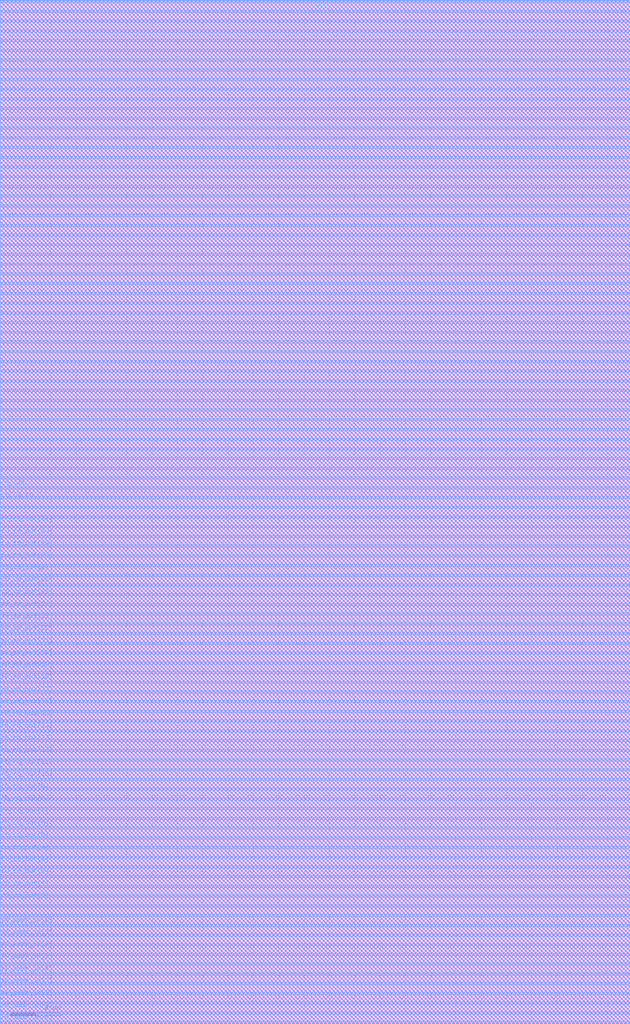
<source format=lef>
# Generated by FakeRAM 2.0
VERSION 5.7 ;
BUSBITCHARS "[]" ;
PROPERTYDEFINITIONS
  MACRO width INTEGER ;
  MACRO depth INTEGER ;
  MACRO banks INTEGER ;
END PROPERTYDEFINITIONS
MACRO liteeth_1rw1r_32w384d_8_sram
  PROPERTY width 32 ;
  PROPERTY depth 384 ;
  PROPERTY banks 1 ;
  FOREIGN liteeth_1rw1r_32w384d_8_sram 0 0 ;
  SYMMETRY X Y R90 ;
  SIZE 24.884 BY 40.436 ;
  CLASS BLOCK ;
  PIN r0_addr_in[0]
    DIRECTION INPUT ;
    USE SIGNAL ;
    SHAPE ABUTMENT ;
    PORT
      LAYER M4 ;
      RECT 0.000 0.048 0.024 0.072 ;
    END
  END r0_addr_in[0]
  PIN r0_addr_in[1]
    DIRECTION INPUT ;
    USE SIGNAL ;
    SHAPE ABUTMENT ;
    PORT
      LAYER M4 ;
      RECT 0.000 0.528 0.024 0.552 ;
    END
  END r0_addr_in[1]
  PIN r0_addr_in[2]
    DIRECTION INPUT ;
    USE SIGNAL ;
    SHAPE ABUTMENT ;
    PORT
      LAYER M4 ;
      RECT 0.000 1.008 0.024 1.032 ;
    END
  END r0_addr_in[2]
  PIN r0_addr_in[3]
    DIRECTION INPUT ;
    USE SIGNAL ;
    SHAPE ABUTMENT ;
    PORT
      LAYER M4 ;
      RECT 0.000 1.488 0.024 1.512 ;
    END
  END r0_addr_in[3]
  PIN r0_addr_in[4]
    DIRECTION INPUT ;
    USE SIGNAL ;
    SHAPE ABUTMENT ;
    PORT
      LAYER M4 ;
      RECT 0.000 1.968 0.024 1.992 ;
    END
  END r0_addr_in[4]
  PIN r0_addr_in[5]
    DIRECTION INPUT ;
    USE SIGNAL ;
    SHAPE ABUTMENT ;
    PORT
      LAYER M4 ;
      RECT 0.000 2.448 0.024 2.472 ;
    END
  END r0_addr_in[5]
  PIN r0_addr_in[6]
    DIRECTION INPUT ;
    USE SIGNAL ;
    SHAPE ABUTMENT ;
    PORT
      LAYER M4 ;
      RECT 0.000 2.928 0.024 2.952 ;
    END
  END r0_addr_in[6]
  PIN r0_addr_in[7]
    DIRECTION INPUT ;
    USE SIGNAL ;
    SHAPE ABUTMENT ;
    PORT
      LAYER M4 ;
      RECT 0.000 3.408 0.024 3.432 ;
    END
  END r0_addr_in[7]
  PIN r0_addr_in[8]
    DIRECTION INPUT ;
    USE SIGNAL ;
    SHAPE ABUTMENT ;
    PORT
      LAYER M4 ;
      RECT 0.000 3.888 0.024 3.912 ;
    END
  END r0_addr_in[8]
  PIN r0_rd_out[0]
    DIRECTION OUTPUT ;
    USE SIGNAL ;
    SHAPE ABUTMENT ;
    PORT
      LAYER M4 ;
      RECT 0.000 4.848 0.024 4.872 ;
    END
  END r0_rd_out[0]
  PIN r0_rd_out[1]
    DIRECTION OUTPUT ;
    USE SIGNAL ;
    SHAPE ABUTMENT ;
    PORT
      LAYER M4 ;
      RECT 0.000 5.328 0.024 5.352 ;
    END
  END r0_rd_out[1]
  PIN r0_rd_out[2]
    DIRECTION OUTPUT ;
    USE SIGNAL ;
    SHAPE ABUTMENT ;
    PORT
      LAYER M4 ;
      RECT 0.000 5.808 0.024 5.832 ;
    END
  END r0_rd_out[2]
  PIN r0_rd_out[3]
    DIRECTION OUTPUT ;
    USE SIGNAL ;
    SHAPE ABUTMENT ;
    PORT
      LAYER M4 ;
      RECT 0.000 6.288 0.024 6.312 ;
    END
  END r0_rd_out[3]
  PIN r0_rd_out[4]
    DIRECTION OUTPUT ;
    USE SIGNAL ;
    SHAPE ABUTMENT ;
    PORT
      LAYER M4 ;
      RECT 0.000 6.768 0.024 6.792 ;
    END
  END r0_rd_out[4]
  PIN r0_rd_out[5]
    DIRECTION OUTPUT ;
    USE SIGNAL ;
    SHAPE ABUTMENT ;
    PORT
      LAYER M4 ;
      RECT 0.000 7.248 0.024 7.272 ;
    END
  END r0_rd_out[5]
  PIN r0_rd_out[6]
    DIRECTION OUTPUT ;
    USE SIGNAL ;
    SHAPE ABUTMENT ;
    PORT
      LAYER M4 ;
      RECT 0.000 7.728 0.024 7.752 ;
    END
  END r0_rd_out[6]
  PIN r0_rd_out[7]
    DIRECTION OUTPUT ;
    USE SIGNAL ;
    SHAPE ABUTMENT ;
    PORT
      LAYER M4 ;
      RECT 0.000 8.208 0.024 8.232 ;
    END
  END r0_rd_out[7]
  PIN r0_rd_out[8]
    DIRECTION OUTPUT ;
    USE SIGNAL ;
    SHAPE ABUTMENT ;
    PORT
      LAYER M4 ;
      RECT 0.000 8.688 0.024 8.712 ;
    END
  END r0_rd_out[8]
  PIN r0_rd_out[9]
    DIRECTION OUTPUT ;
    USE SIGNAL ;
    SHAPE ABUTMENT ;
    PORT
      LAYER M4 ;
      RECT 0.000 9.168 0.024 9.192 ;
    END
  END r0_rd_out[9]
  PIN r0_rd_out[10]
    DIRECTION OUTPUT ;
    USE SIGNAL ;
    SHAPE ABUTMENT ;
    PORT
      LAYER M4 ;
      RECT 0.000 9.648 0.024 9.672 ;
    END
  END r0_rd_out[10]
  PIN r0_rd_out[11]
    DIRECTION OUTPUT ;
    USE SIGNAL ;
    SHAPE ABUTMENT ;
    PORT
      LAYER M4 ;
      RECT 0.000 10.128 0.024 10.152 ;
    END
  END r0_rd_out[11]
  PIN r0_rd_out[12]
    DIRECTION OUTPUT ;
    USE SIGNAL ;
    SHAPE ABUTMENT ;
    PORT
      LAYER M4 ;
      RECT 0.000 10.608 0.024 10.632 ;
    END
  END r0_rd_out[12]
  PIN r0_rd_out[13]
    DIRECTION OUTPUT ;
    USE SIGNAL ;
    SHAPE ABUTMENT ;
    PORT
      LAYER M4 ;
      RECT 0.000 11.088 0.024 11.112 ;
    END
  END r0_rd_out[13]
  PIN r0_rd_out[14]
    DIRECTION OUTPUT ;
    USE SIGNAL ;
    SHAPE ABUTMENT ;
    PORT
      LAYER M4 ;
      RECT 0.000 11.568 0.024 11.592 ;
    END
  END r0_rd_out[14]
  PIN r0_rd_out[15]
    DIRECTION OUTPUT ;
    USE SIGNAL ;
    SHAPE ABUTMENT ;
    PORT
      LAYER M4 ;
      RECT 0.000 12.048 0.024 12.072 ;
    END
  END r0_rd_out[15]
  PIN r0_rd_out[16]
    DIRECTION OUTPUT ;
    USE SIGNAL ;
    SHAPE ABUTMENT ;
    PORT
      LAYER M4 ;
      RECT 0.000 12.528 0.024 12.552 ;
    END
  END r0_rd_out[16]
  PIN r0_rd_out[17]
    DIRECTION OUTPUT ;
    USE SIGNAL ;
    SHAPE ABUTMENT ;
    PORT
      LAYER M4 ;
      RECT 0.000 13.008 0.024 13.032 ;
    END
  END r0_rd_out[17]
  PIN r0_rd_out[18]
    DIRECTION OUTPUT ;
    USE SIGNAL ;
    SHAPE ABUTMENT ;
    PORT
      LAYER M4 ;
      RECT 0.000 13.488 0.024 13.512 ;
    END
  END r0_rd_out[18]
  PIN r0_rd_out[19]
    DIRECTION OUTPUT ;
    USE SIGNAL ;
    SHAPE ABUTMENT ;
    PORT
      LAYER M4 ;
      RECT 0.000 13.968 0.024 13.992 ;
    END
  END r0_rd_out[19]
  PIN r0_rd_out[20]
    DIRECTION OUTPUT ;
    USE SIGNAL ;
    SHAPE ABUTMENT ;
    PORT
      LAYER M4 ;
      RECT 0.000 14.448 0.024 14.472 ;
    END
  END r0_rd_out[20]
  PIN r0_rd_out[21]
    DIRECTION OUTPUT ;
    USE SIGNAL ;
    SHAPE ABUTMENT ;
    PORT
      LAYER M4 ;
      RECT 0.000 14.928 0.024 14.952 ;
    END
  END r0_rd_out[21]
  PIN r0_rd_out[22]
    DIRECTION OUTPUT ;
    USE SIGNAL ;
    SHAPE ABUTMENT ;
    PORT
      LAYER M4 ;
      RECT 0.000 15.408 0.024 15.432 ;
    END
  END r0_rd_out[22]
  PIN r0_rd_out[23]
    DIRECTION OUTPUT ;
    USE SIGNAL ;
    SHAPE ABUTMENT ;
    PORT
      LAYER M4 ;
      RECT 0.000 15.888 0.024 15.912 ;
    END
  END r0_rd_out[23]
  PIN r0_rd_out[24]
    DIRECTION OUTPUT ;
    USE SIGNAL ;
    SHAPE ABUTMENT ;
    PORT
      LAYER M4 ;
      RECT 0.000 16.368 0.024 16.392 ;
    END
  END r0_rd_out[24]
  PIN r0_rd_out[25]
    DIRECTION OUTPUT ;
    USE SIGNAL ;
    SHAPE ABUTMENT ;
    PORT
      LAYER M4 ;
      RECT 0.000 16.848 0.024 16.872 ;
    END
  END r0_rd_out[25]
  PIN r0_rd_out[26]
    DIRECTION OUTPUT ;
    USE SIGNAL ;
    SHAPE ABUTMENT ;
    PORT
      LAYER M4 ;
      RECT 0.000 17.328 0.024 17.352 ;
    END
  END r0_rd_out[26]
  PIN r0_rd_out[27]
    DIRECTION OUTPUT ;
    USE SIGNAL ;
    SHAPE ABUTMENT ;
    PORT
      LAYER M4 ;
      RECT 0.000 17.808 0.024 17.832 ;
    END
  END r0_rd_out[27]
  PIN r0_rd_out[28]
    DIRECTION OUTPUT ;
    USE SIGNAL ;
    SHAPE ABUTMENT ;
    PORT
      LAYER M4 ;
      RECT 0.000 18.288 0.024 18.312 ;
    END
  END r0_rd_out[28]
  PIN r0_rd_out[29]
    DIRECTION OUTPUT ;
    USE SIGNAL ;
    SHAPE ABUTMENT ;
    PORT
      LAYER M4 ;
      RECT 0.000 18.768 0.024 18.792 ;
    END
  END r0_rd_out[29]
  PIN r0_rd_out[30]
    DIRECTION OUTPUT ;
    USE SIGNAL ;
    SHAPE ABUTMENT ;
    PORT
      LAYER M4 ;
      RECT 0.000 19.248 0.024 19.272 ;
    END
  END r0_rd_out[30]
  PIN r0_rd_out[31]
    DIRECTION OUTPUT ;
    USE SIGNAL ;
    SHAPE ABUTMENT ;
    PORT
      LAYER M4 ;
      RECT 0.000 19.728 0.024 19.752 ;
    END
  END r0_rd_out[31]
  PIN r0_ce_in
    DIRECTION INPUT ;
    USE SIGNAL ;
    SHAPE ABUTMENT ;
    PORT
      LAYER M4 ;
      RECT 0.000 20.688 0.024 20.712 ;
    END
  END r0_ce_in
  PIN r0_clk
    DIRECTION INPUT ;
    USE SIGNAL ;
    SHAPE ABUTMENT ;
    PORT
      LAYER M4 ;
      RECT 0.000 21.168 0.024 21.192 ;
    END
  END r0_clk
  PIN rw0_addr_in[0]
    DIRECTION INPUT ;
    USE SIGNAL ;
    SHAPE ABUTMENT ;
    PORT
      LAYER M4 ;
      RECT 24.860 0.048 24.884 0.072 ;
    END
  END rw0_addr_in[0]
  PIN rw0_addr_in[1]
    DIRECTION INPUT ;
    USE SIGNAL ;
    SHAPE ABUTMENT ;
    PORT
      LAYER M4 ;
      RECT 24.860 0.528 24.884 0.552 ;
    END
  END rw0_addr_in[1]
  PIN rw0_addr_in[2]
    DIRECTION INPUT ;
    USE SIGNAL ;
    SHAPE ABUTMENT ;
    PORT
      LAYER M4 ;
      RECT 24.860 1.008 24.884 1.032 ;
    END
  END rw0_addr_in[2]
  PIN rw0_addr_in[3]
    DIRECTION INPUT ;
    USE SIGNAL ;
    SHAPE ABUTMENT ;
    PORT
      LAYER M4 ;
      RECT 24.860 1.488 24.884 1.512 ;
    END
  END rw0_addr_in[3]
  PIN rw0_addr_in[4]
    DIRECTION INPUT ;
    USE SIGNAL ;
    SHAPE ABUTMENT ;
    PORT
      LAYER M4 ;
      RECT 24.860 1.968 24.884 1.992 ;
    END
  END rw0_addr_in[4]
  PIN rw0_addr_in[5]
    DIRECTION INPUT ;
    USE SIGNAL ;
    SHAPE ABUTMENT ;
    PORT
      LAYER M4 ;
      RECT 24.860 2.448 24.884 2.472 ;
    END
  END rw0_addr_in[5]
  PIN rw0_addr_in[6]
    DIRECTION INPUT ;
    USE SIGNAL ;
    SHAPE ABUTMENT ;
    PORT
      LAYER M4 ;
      RECT 24.860 2.928 24.884 2.952 ;
    END
  END rw0_addr_in[6]
  PIN rw0_addr_in[7]
    DIRECTION INPUT ;
    USE SIGNAL ;
    SHAPE ABUTMENT ;
    PORT
      LAYER M4 ;
      RECT 24.860 3.408 24.884 3.432 ;
    END
  END rw0_addr_in[7]
  PIN rw0_addr_in[8]
    DIRECTION INPUT ;
    USE SIGNAL ;
    SHAPE ABUTMENT ;
    PORT
      LAYER M4 ;
      RECT 24.860 3.888 24.884 3.912 ;
    END
  END rw0_addr_in[8]
  PIN rw0_wd_in[0]
    DIRECTION INPUT ;
    USE SIGNAL ;
    SHAPE ABUTMENT ;
    PORT
      LAYER M4 ;
      RECT 24.860 4.848 24.884 4.872 ;
    END
  END rw0_wd_in[0]
  PIN rw0_wd_in[1]
    DIRECTION INPUT ;
    USE SIGNAL ;
    SHAPE ABUTMENT ;
    PORT
      LAYER M4 ;
      RECT 24.860 5.328 24.884 5.352 ;
    END
  END rw0_wd_in[1]
  PIN rw0_wd_in[2]
    DIRECTION INPUT ;
    USE SIGNAL ;
    SHAPE ABUTMENT ;
    PORT
      LAYER M4 ;
      RECT 24.860 5.808 24.884 5.832 ;
    END
  END rw0_wd_in[2]
  PIN rw0_wd_in[3]
    DIRECTION INPUT ;
    USE SIGNAL ;
    SHAPE ABUTMENT ;
    PORT
      LAYER M4 ;
      RECT 24.860 6.288 24.884 6.312 ;
    END
  END rw0_wd_in[3]
  PIN rw0_wd_in[4]
    DIRECTION INPUT ;
    USE SIGNAL ;
    SHAPE ABUTMENT ;
    PORT
      LAYER M4 ;
      RECT 24.860 6.768 24.884 6.792 ;
    END
  END rw0_wd_in[4]
  PIN rw0_wd_in[5]
    DIRECTION INPUT ;
    USE SIGNAL ;
    SHAPE ABUTMENT ;
    PORT
      LAYER M4 ;
      RECT 24.860 7.248 24.884 7.272 ;
    END
  END rw0_wd_in[5]
  PIN rw0_wd_in[6]
    DIRECTION INPUT ;
    USE SIGNAL ;
    SHAPE ABUTMENT ;
    PORT
      LAYER M4 ;
      RECT 24.860 7.728 24.884 7.752 ;
    END
  END rw0_wd_in[6]
  PIN rw0_wd_in[7]
    DIRECTION INPUT ;
    USE SIGNAL ;
    SHAPE ABUTMENT ;
    PORT
      LAYER M4 ;
      RECT 24.860 8.208 24.884 8.232 ;
    END
  END rw0_wd_in[7]
  PIN rw0_wd_in[8]
    DIRECTION INPUT ;
    USE SIGNAL ;
    SHAPE ABUTMENT ;
    PORT
      LAYER M4 ;
      RECT 24.860 8.688 24.884 8.712 ;
    END
  END rw0_wd_in[8]
  PIN rw0_wd_in[9]
    DIRECTION INPUT ;
    USE SIGNAL ;
    SHAPE ABUTMENT ;
    PORT
      LAYER M4 ;
      RECT 24.860 9.168 24.884 9.192 ;
    END
  END rw0_wd_in[9]
  PIN rw0_wd_in[10]
    DIRECTION INPUT ;
    USE SIGNAL ;
    SHAPE ABUTMENT ;
    PORT
      LAYER M4 ;
      RECT 24.860 9.648 24.884 9.672 ;
    END
  END rw0_wd_in[10]
  PIN rw0_wd_in[11]
    DIRECTION INPUT ;
    USE SIGNAL ;
    SHAPE ABUTMENT ;
    PORT
      LAYER M4 ;
      RECT 24.860 10.128 24.884 10.152 ;
    END
  END rw0_wd_in[11]
  PIN rw0_wd_in[12]
    DIRECTION INPUT ;
    USE SIGNAL ;
    SHAPE ABUTMENT ;
    PORT
      LAYER M4 ;
      RECT 24.860 10.608 24.884 10.632 ;
    END
  END rw0_wd_in[12]
  PIN rw0_wd_in[13]
    DIRECTION INPUT ;
    USE SIGNAL ;
    SHAPE ABUTMENT ;
    PORT
      LAYER M4 ;
      RECT 24.860 11.088 24.884 11.112 ;
    END
  END rw0_wd_in[13]
  PIN rw0_wd_in[14]
    DIRECTION INPUT ;
    USE SIGNAL ;
    SHAPE ABUTMENT ;
    PORT
      LAYER M4 ;
      RECT 24.860 11.568 24.884 11.592 ;
    END
  END rw0_wd_in[14]
  PIN rw0_wd_in[15]
    DIRECTION INPUT ;
    USE SIGNAL ;
    SHAPE ABUTMENT ;
    PORT
      LAYER M4 ;
      RECT 24.860 12.048 24.884 12.072 ;
    END
  END rw0_wd_in[15]
  PIN rw0_wd_in[16]
    DIRECTION INPUT ;
    USE SIGNAL ;
    SHAPE ABUTMENT ;
    PORT
      LAYER M4 ;
      RECT 24.860 12.528 24.884 12.552 ;
    END
  END rw0_wd_in[16]
  PIN rw0_wd_in[17]
    DIRECTION INPUT ;
    USE SIGNAL ;
    SHAPE ABUTMENT ;
    PORT
      LAYER M4 ;
      RECT 24.860 13.008 24.884 13.032 ;
    END
  END rw0_wd_in[17]
  PIN rw0_wd_in[18]
    DIRECTION INPUT ;
    USE SIGNAL ;
    SHAPE ABUTMENT ;
    PORT
      LAYER M4 ;
      RECT 24.860 13.488 24.884 13.512 ;
    END
  END rw0_wd_in[18]
  PIN rw0_wd_in[19]
    DIRECTION INPUT ;
    USE SIGNAL ;
    SHAPE ABUTMENT ;
    PORT
      LAYER M4 ;
      RECT 24.860 13.968 24.884 13.992 ;
    END
  END rw0_wd_in[19]
  PIN rw0_wd_in[20]
    DIRECTION INPUT ;
    USE SIGNAL ;
    SHAPE ABUTMENT ;
    PORT
      LAYER M4 ;
      RECT 24.860 14.448 24.884 14.472 ;
    END
  END rw0_wd_in[20]
  PIN rw0_wd_in[21]
    DIRECTION INPUT ;
    USE SIGNAL ;
    SHAPE ABUTMENT ;
    PORT
      LAYER M4 ;
      RECT 24.860 14.928 24.884 14.952 ;
    END
  END rw0_wd_in[21]
  PIN rw0_wd_in[22]
    DIRECTION INPUT ;
    USE SIGNAL ;
    SHAPE ABUTMENT ;
    PORT
      LAYER M4 ;
      RECT 24.860 15.408 24.884 15.432 ;
    END
  END rw0_wd_in[22]
  PIN rw0_wd_in[23]
    DIRECTION INPUT ;
    USE SIGNAL ;
    SHAPE ABUTMENT ;
    PORT
      LAYER M4 ;
      RECT 24.860 15.888 24.884 15.912 ;
    END
  END rw0_wd_in[23]
  PIN rw0_wd_in[24]
    DIRECTION INPUT ;
    USE SIGNAL ;
    SHAPE ABUTMENT ;
    PORT
      LAYER M4 ;
      RECT 24.860 16.368 24.884 16.392 ;
    END
  END rw0_wd_in[24]
  PIN rw0_wd_in[25]
    DIRECTION INPUT ;
    USE SIGNAL ;
    SHAPE ABUTMENT ;
    PORT
      LAYER M4 ;
      RECT 24.860 16.848 24.884 16.872 ;
    END
  END rw0_wd_in[25]
  PIN rw0_wd_in[26]
    DIRECTION INPUT ;
    USE SIGNAL ;
    SHAPE ABUTMENT ;
    PORT
      LAYER M4 ;
      RECT 24.860 17.328 24.884 17.352 ;
    END
  END rw0_wd_in[26]
  PIN rw0_wd_in[27]
    DIRECTION INPUT ;
    USE SIGNAL ;
    SHAPE ABUTMENT ;
    PORT
      LAYER M4 ;
      RECT 24.860 17.808 24.884 17.832 ;
    END
  END rw0_wd_in[27]
  PIN rw0_wd_in[28]
    DIRECTION INPUT ;
    USE SIGNAL ;
    SHAPE ABUTMENT ;
    PORT
      LAYER M4 ;
      RECT 24.860 18.288 24.884 18.312 ;
    END
  END rw0_wd_in[28]
  PIN rw0_wd_in[29]
    DIRECTION INPUT ;
    USE SIGNAL ;
    SHAPE ABUTMENT ;
    PORT
      LAYER M4 ;
      RECT 24.860 18.768 24.884 18.792 ;
    END
  END rw0_wd_in[29]
  PIN rw0_wd_in[30]
    DIRECTION INPUT ;
    USE SIGNAL ;
    SHAPE ABUTMENT ;
    PORT
      LAYER M4 ;
      RECT 24.860 19.248 24.884 19.272 ;
    END
  END rw0_wd_in[30]
  PIN rw0_wd_in[31]
    DIRECTION INPUT ;
    USE SIGNAL ;
    SHAPE ABUTMENT ;
    PORT
      LAYER M4 ;
      RECT 24.860 19.728 24.884 19.752 ;
    END
  END rw0_wd_in[31]
  PIN rw0_rd_out[0]
    DIRECTION OUTPUT ;
    USE SIGNAL ;
    SHAPE ABUTMENT ;
    PORT
      LAYER M4 ;
      RECT 24.860 20.688 24.884 20.712 ;
    END
  END rw0_rd_out[0]
  PIN rw0_rd_out[1]
    DIRECTION OUTPUT ;
    USE SIGNAL ;
    SHAPE ABUTMENT ;
    PORT
      LAYER M4 ;
      RECT 24.860 21.168 24.884 21.192 ;
    END
  END rw0_rd_out[1]
  PIN rw0_rd_out[2]
    DIRECTION OUTPUT ;
    USE SIGNAL ;
    SHAPE ABUTMENT ;
    PORT
      LAYER M4 ;
      RECT 24.860 21.648 24.884 21.672 ;
    END
  END rw0_rd_out[2]
  PIN rw0_rd_out[3]
    DIRECTION OUTPUT ;
    USE SIGNAL ;
    SHAPE ABUTMENT ;
    PORT
      LAYER M4 ;
      RECT 24.860 22.128 24.884 22.152 ;
    END
  END rw0_rd_out[3]
  PIN rw0_rd_out[4]
    DIRECTION OUTPUT ;
    USE SIGNAL ;
    SHAPE ABUTMENT ;
    PORT
      LAYER M4 ;
      RECT 24.860 22.608 24.884 22.632 ;
    END
  END rw0_rd_out[4]
  PIN rw0_rd_out[5]
    DIRECTION OUTPUT ;
    USE SIGNAL ;
    SHAPE ABUTMENT ;
    PORT
      LAYER M4 ;
      RECT 24.860 23.088 24.884 23.112 ;
    END
  END rw0_rd_out[5]
  PIN rw0_rd_out[6]
    DIRECTION OUTPUT ;
    USE SIGNAL ;
    SHAPE ABUTMENT ;
    PORT
      LAYER M4 ;
      RECT 24.860 23.568 24.884 23.592 ;
    END
  END rw0_rd_out[6]
  PIN rw0_rd_out[7]
    DIRECTION OUTPUT ;
    USE SIGNAL ;
    SHAPE ABUTMENT ;
    PORT
      LAYER M4 ;
      RECT 24.860 24.048 24.884 24.072 ;
    END
  END rw0_rd_out[7]
  PIN rw0_rd_out[8]
    DIRECTION OUTPUT ;
    USE SIGNAL ;
    SHAPE ABUTMENT ;
    PORT
      LAYER M4 ;
      RECT 24.860 24.528 24.884 24.552 ;
    END
  END rw0_rd_out[8]
  PIN rw0_rd_out[9]
    DIRECTION OUTPUT ;
    USE SIGNAL ;
    SHAPE ABUTMENT ;
    PORT
      LAYER M4 ;
      RECT 24.860 25.008 24.884 25.032 ;
    END
  END rw0_rd_out[9]
  PIN rw0_rd_out[10]
    DIRECTION OUTPUT ;
    USE SIGNAL ;
    SHAPE ABUTMENT ;
    PORT
      LAYER M4 ;
      RECT 24.860 25.488 24.884 25.512 ;
    END
  END rw0_rd_out[10]
  PIN rw0_rd_out[11]
    DIRECTION OUTPUT ;
    USE SIGNAL ;
    SHAPE ABUTMENT ;
    PORT
      LAYER M4 ;
      RECT 24.860 25.968 24.884 25.992 ;
    END
  END rw0_rd_out[11]
  PIN rw0_rd_out[12]
    DIRECTION OUTPUT ;
    USE SIGNAL ;
    SHAPE ABUTMENT ;
    PORT
      LAYER M4 ;
      RECT 24.860 26.448 24.884 26.472 ;
    END
  END rw0_rd_out[12]
  PIN rw0_rd_out[13]
    DIRECTION OUTPUT ;
    USE SIGNAL ;
    SHAPE ABUTMENT ;
    PORT
      LAYER M4 ;
      RECT 24.860 26.928 24.884 26.952 ;
    END
  END rw0_rd_out[13]
  PIN rw0_rd_out[14]
    DIRECTION OUTPUT ;
    USE SIGNAL ;
    SHAPE ABUTMENT ;
    PORT
      LAYER M4 ;
      RECT 24.860 27.408 24.884 27.432 ;
    END
  END rw0_rd_out[14]
  PIN rw0_rd_out[15]
    DIRECTION OUTPUT ;
    USE SIGNAL ;
    SHAPE ABUTMENT ;
    PORT
      LAYER M4 ;
      RECT 24.860 27.888 24.884 27.912 ;
    END
  END rw0_rd_out[15]
  PIN rw0_rd_out[16]
    DIRECTION OUTPUT ;
    USE SIGNAL ;
    SHAPE ABUTMENT ;
    PORT
      LAYER M4 ;
      RECT 24.860 28.368 24.884 28.392 ;
    END
  END rw0_rd_out[16]
  PIN rw0_rd_out[17]
    DIRECTION OUTPUT ;
    USE SIGNAL ;
    SHAPE ABUTMENT ;
    PORT
      LAYER M4 ;
      RECT 24.860 28.848 24.884 28.872 ;
    END
  END rw0_rd_out[17]
  PIN rw0_rd_out[18]
    DIRECTION OUTPUT ;
    USE SIGNAL ;
    SHAPE ABUTMENT ;
    PORT
      LAYER M4 ;
      RECT 24.860 29.328 24.884 29.352 ;
    END
  END rw0_rd_out[18]
  PIN rw0_rd_out[19]
    DIRECTION OUTPUT ;
    USE SIGNAL ;
    SHAPE ABUTMENT ;
    PORT
      LAYER M4 ;
      RECT 24.860 29.808 24.884 29.832 ;
    END
  END rw0_rd_out[19]
  PIN rw0_rd_out[20]
    DIRECTION OUTPUT ;
    USE SIGNAL ;
    SHAPE ABUTMENT ;
    PORT
      LAYER M4 ;
      RECT 24.860 30.288 24.884 30.312 ;
    END
  END rw0_rd_out[20]
  PIN rw0_rd_out[21]
    DIRECTION OUTPUT ;
    USE SIGNAL ;
    SHAPE ABUTMENT ;
    PORT
      LAYER M4 ;
      RECT 24.860 30.768 24.884 30.792 ;
    END
  END rw0_rd_out[21]
  PIN rw0_rd_out[22]
    DIRECTION OUTPUT ;
    USE SIGNAL ;
    SHAPE ABUTMENT ;
    PORT
      LAYER M4 ;
      RECT 24.860 31.248 24.884 31.272 ;
    END
  END rw0_rd_out[22]
  PIN rw0_rd_out[23]
    DIRECTION OUTPUT ;
    USE SIGNAL ;
    SHAPE ABUTMENT ;
    PORT
      LAYER M4 ;
      RECT 24.860 31.728 24.884 31.752 ;
    END
  END rw0_rd_out[23]
  PIN rw0_rd_out[24]
    DIRECTION OUTPUT ;
    USE SIGNAL ;
    SHAPE ABUTMENT ;
    PORT
      LAYER M4 ;
      RECT 24.860 32.208 24.884 32.232 ;
    END
  END rw0_rd_out[24]
  PIN rw0_rd_out[25]
    DIRECTION OUTPUT ;
    USE SIGNAL ;
    SHAPE ABUTMENT ;
    PORT
      LAYER M4 ;
      RECT 24.860 32.688 24.884 32.712 ;
    END
  END rw0_rd_out[25]
  PIN rw0_rd_out[26]
    DIRECTION OUTPUT ;
    USE SIGNAL ;
    SHAPE ABUTMENT ;
    PORT
      LAYER M4 ;
      RECT 24.860 33.168 24.884 33.192 ;
    END
  END rw0_rd_out[26]
  PIN rw0_rd_out[27]
    DIRECTION OUTPUT ;
    USE SIGNAL ;
    SHAPE ABUTMENT ;
    PORT
      LAYER M4 ;
      RECT 24.860 33.648 24.884 33.672 ;
    END
  END rw0_rd_out[27]
  PIN rw0_rd_out[28]
    DIRECTION OUTPUT ;
    USE SIGNAL ;
    SHAPE ABUTMENT ;
    PORT
      LAYER M4 ;
      RECT 24.860 34.128 24.884 34.152 ;
    END
  END rw0_rd_out[28]
  PIN rw0_rd_out[29]
    DIRECTION OUTPUT ;
    USE SIGNAL ;
    SHAPE ABUTMENT ;
    PORT
      LAYER M4 ;
      RECT 24.860 34.608 24.884 34.632 ;
    END
  END rw0_rd_out[29]
  PIN rw0_rd_out[30]
    DIRECTION OUTPUT ;
    USE SIGNAL ;
    SHAPE ABUTMENT ;
    PORT
      LAYER M4 ;
      RECT 24.860 35.088 24.884 35.112 ;
    END
  END rw0_rd_out[30]
  PIN rw0_rd_out[31]
    DIRECTION OUTPUT ;
    USE SIGNAL ;
    SHAPE ABUTMENT ;
    PORT
      LAYER M4 ;
      RECT 24.860 35.568 24.884 35.592 ;
    END
  END rw0_rd_out[31]
  PIN rw0_wmask_in[0]
    DIRECTION INPUT ;
    USE SIGNAL ;
    SHAPE ABUTMENT ;
    PORT
      LAYER M4 ;
      RECT 24.860 36.528 24.884 36.552 ;
    END
  END rw0_wmask_in[0]
  PIN rw0_wmask_in[1]
    DIRECTION INPUT ;
    USE SIGNAL ;
    SHAPE ABUTMENT ;
    PORT
      LAYER M4 ;
      RECT 24.860 37.008 24.884 37.032 ;
    END
  END rw0_wmask_in[1]
  PIN rw0_wmask_in[2]
    DIRECTION INPUT ;
    USE SIGNAL ;
    SHAPE ABUTMENT ;
    PORT
      LAYER M4 ;
      RECT 24.860 37.488 24.884 37.512 ;
    END
  END rw0_wmask_in[2]
  PIN rw0_wmask_in[3]
    DIRECTION INPUT ;
    USE SIGNAL ;
    SHAPE ABUTMENT ;
    PORT
      LAYER M4 ;
      RECT 24.860 37.968 24.884 37.992 ;
    END
  END rw0_wmask_in[3]
  PIN rw0_we_in
    DIRECTION INPUT ;
    USE SIGNAL ;
    SHAPE ABUTMENT ;
    PORT
      LAYER M4 ;
      RECT 24.860 38.928 24.884 38.952 ;
    END
  END rw0_we_in
  PIN rw0_ce_in
    DIRECTION INPUT ;
    USE SIGNAL ;
    SHAPE ABUTMENT ;
    PORT
      LAYER M4 ;
      RECT 24.860 39.408 24.884 39.432 ;
    END
  END rw0_ce_in
  PIN rw0_clk
    DIRECTION INPUT ;
    USE SIGNAL ;
    SHAPE ABUTMENT ;
    PORT
      LAYER M4 ;
      RECT 24.860 39.888 24.884 39.912 ;
    END
  END rw0_clk
  PIN VSS
    DIRECTION INOUT ;
    USE GROUND ;
    PORT
      LAYER M4 ;
      RECT 0.048 0.000 24.836 0.096 ;
      RECT 0.048 0.768 24.836 0.864 ;
      RECT 0.048 1.536 24.836 1.632 ;
      RECT 0.048 2.304 24.836 2.400 ;
      RECT 0.048 3.072 24.836 3.168 ;
      RECT 0.048 3.840 24.836 3.936 ;
      RECT 0.048 4.608 24.836 4.704 ;
      RECT 0.048 5.376 24.836 5.472 ;
      RECT 0.048 6.144 24.836 6.240 ;
      RECT 0.048 6.912 24.836 7.008 ;
      RECT 0.048 7.680 24.836 7.776 ;
      RECT 0.048 8.448 24.836 8.544 ;
      RECT 0.048 9.216 24.836 9.312 ;
      RECT 0.048 9.984 24.836 10.080 ;
      RECT 0.048 10.752 24.836 10.848 ;
      RECT 0.048 11.520 24.836 11.616 ;
      RECT 0.048 12.288 24.836 12.384 ;
      RECT 0.048 13.056 24.836 13.152 ;
      RECT 0.048 13.824 24.836 13.920 ;
      RECT 0.048 14.592 24.836 14.688 ;
      RECT 0.048 15.360 24.836 15.456 ;
      RECT 0.048 16.128 24.836 16.224 ;
      RECT 0.048 16.896 24.836 16.992 ;
      RECT 0.048 17.664 24.836 17.760 ;
      RECT 0.048 18.432 24.836 18.528 ;
      RECT 0.048 19.200 24.836 19.296 ;
      RECT 0.048 19.968 24.836 20.064 ;
      RECT 0.048 20.736 24.836 20.832 ;
      RECT 0.048 21.504 24.836 21.600 ;
      RECT 0.048 22.272 24.836 22.368 ;
      RECT 0.048 23.040 24.836 23.136 ;
      RECT 0.048 23.808 24.836 23.904 ;
      RECT 0.048 24.576 24.836 24.672 ;
      RECT 0.048 25.344 24.836 25.440 ;
      RECT 0.048 26.112 24.836 26.208 ;
      RECT 0.048 26.880 24.836 26.976 ;
      RECT 0.048 27.648 24.836 27.744 ;
      RECT 0.048 28.416 24.836 28.512 ;
      RECT 0.048 29.184 24.836 29.280 ;
      RECT 0.048 29.952 24.836 30.048 ;
      RECT 0.048 30.720 24.836 30.816 ;
      RECT 0.048 31.488 24.836 31.584 ;
      RECT 0.048 32.256 24.836 32.352 ;
      RECT 0.048 33.024 24.836 33.120 ;
      RECT 0.048 33.792 24.836 33.888 ;
      RECT 0.048 34.560 24.836 34.656 ;
      RECT 0.048 35.328 24.836 35.424 ;
      RECT 0.048 36.096 24.836 36.192 ;
      RECT 0.048 36.864 24.836 36.960 ;
      RECT 0.048 37.632 24.836 37.728 ;
      RECT 0.048 38.400 24.836 38.496 ;
      RECT 0.048 39.168 24.836 39.264 ;
      RECT 0.048 39.936 24.836 40.032 ;
    END
  END VSS
  PIN VDD
    DIRECTION INOUT ;
    USE POWER ;
    PORT
      LAYER M4 ;
      RECT 0.048 0.384 24.836 0.480 ;
      RECT 0.048 1.152 24.836 1.248 ;
      RECT 0.048 1.920 24.836 2.016 ;
      RECT 0.048 2.688 24.836 2.784 ;
      RECT 0.048 3.456 24.836 3.552 ;
      RECT 0.048 4.224 24.836 4.320 ;
      RECT 0.048 4.992 24.836 5.088 ;
      RECT 0.048 5.760 24.836 5.856 ;
      RECT 0.048 6.528 24.836 6.624 ;
      RECT 0.048 7.296 24.836 7.392 ;
      RECT 0.048 8.064 24.836 8.160 ;
      RECT 0.048 8.832 24.836 8.928 ;
      RECT 0.048 9.600 24.836 9.696 ;
      RECT 0.048 10.368 24.836 10.464 ;
      RECT 0.048 11.136 24.836 11.232 ;
      RECT 0.048 11.904 24.836 12.000 ;
      RECT 0.048 12.672 24.836 12.768 ;
      RECT 0.048 13.440 24.836 13.536 ;
      RECT 0.048 14.208 24.836 14.304 ;
      RECT 0.048 14.976 24.836 15.072 ;
      RECT 0.048 15.744 24.836 15.840 ;
      RECT 0.048 16.512 24.836 16.608 ;
      RECT 0.048 17.280 24.836 17.376 ;
      RECT 0.048 18.048 24.836 18.144 ;
      RECT 0.048 18.816 24.836 18.912 ;
      RECT 0.048 19.584 24.836 19.680 ;
      RECT 0.048 20.352 24.836 20.448 ;
      RECT 0.048 21.120 24.836 21.216 ;
      RECT 0.048 21.888 24.836 21.984 ;
      RECT 0.048 22.656 24.836 22.752 ;
      RECT 0.048 23.424 24.836 23.520 ;
      RECT 0.048 24.192 24.836 24.288 ;
      RECT 0.048 24.960 24.836 25.056 ;
      RECT 0.048 25.728 24.836 25.824 ;
      RECT 0.048 26.496 24.836 26.592 ;
      RECT 0.048 27.264 24.836 27.360 ;
      RECT 0.048 28.032 24.836 28.128 ;
      RECT 0.048 28.800 24.836 28.896 ;
      RECT 0.048 29.568 24.836 29.664 ;
      RECT 0.048 30.336 24.836 30.432 ;
      RECT 0.048 31.104 24.836 31.200 ;
      RECT 0.048 31.872 24.836 31.968 ;
      RECT 0.048 32.640 24.836 32.736 ;
      RECT 0.048 33.408 24.836 33.504 ;
      RECT 0.048 34.176 24.836 34.272 ;
      RECT 0.048 34.944 24.836 35.040 ;
      RECT 0.048 35.712 24.836 35.808 ;
      RECT 0.048 36.480 24.836 36.576 ;
      RECT 0.048 37.248 24.836 37.344 ;
      RECT 0.048 38.016 24.836 38.112 ;
      RECT 0.048 38.784 24.836 38.880 ;
      RECT 0.048 39.552 24.836 39.648 ;
      RECT 0.048 40.320 24.836 40.416 ;
    END
  END VDD
  OBS
    LAYER M1 ;
    RECT 0 0 24.884 40.436 ;
    LAYER M2 ;
    RECT 0 0 24.884 40.436 ;
    LAYER M3 ;
    RECT 0 0 24.884 40.436 ;
    LAYER M4 ;
    RECT 0 0 24.884 40.436 ;
  END
END liteeth_1rw1r_32w384d_8_sram

END LIBRARY

</source>
